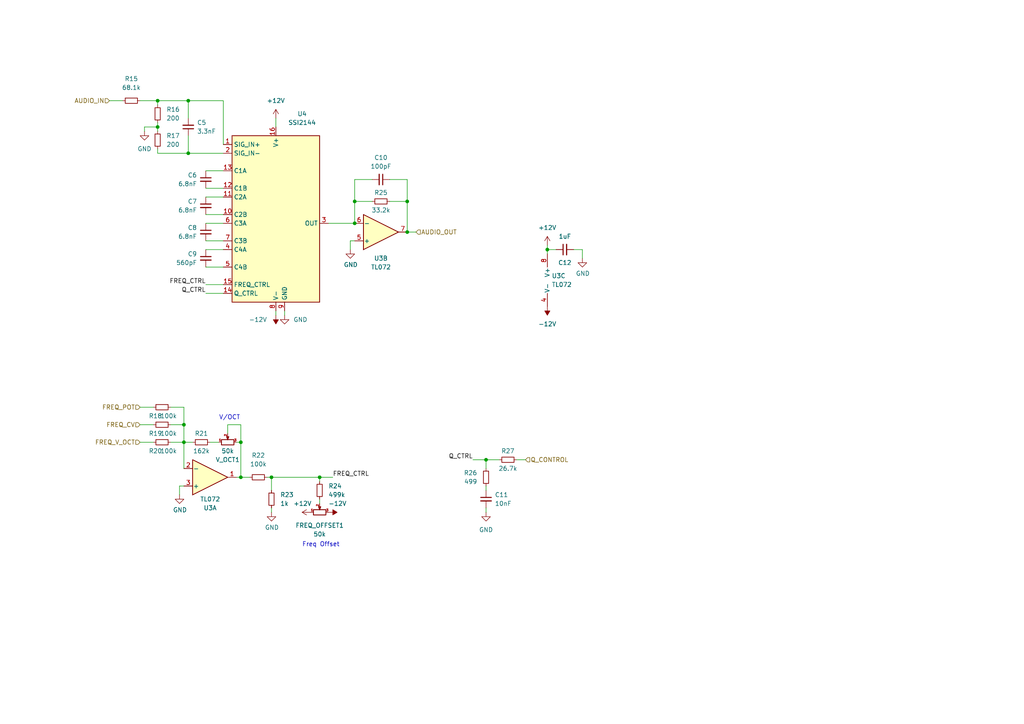
<source format=kicad_sch>
(kicad_sch (version 20211123) (generator eeschema)
  (paper "A4")
  (lib_symbols
    (symbol "Amplifier_Operational:TL072" (pin_names (offset 0.127))
      (property "Reference" "U" (at 0 5.08 0))
      (property "Value" "TL072" (at 0 -5.08 0))
      (symbol "TL072_1_1"
        (polyline (pts (xy -5.08 5.08) (xy 5.08 0) (xy -5.08 -5.08) (xy -5.08 5.08)) (stroke (width 0.254)) (fill (type background)))
        (pin output line (at 7.62 0 180) (length 2.54) (name "~") (number "1"))
        (pin input line (at -7.62 -2.54 0) (length 2.54) (name "-") (number "2"))
        (pin input line (at -7.62 2.54 0) (length 2.54) (name "+") (number "3"))
      )
      (symbol "TL072_2_1"
        (polyline (pts (xy -5.08 5.08) (xy 5.08 0) (xy -5.08 -5.08) (xy -5.08 5.08)) (stroke (width 0.254)) (fill (type background)))
        (pin input line (at -7.62 2.54 0) (length 2.54) (name "+") (number "5"))
        (pin input line (at -7.62 -2.54 0) (length 2.54) (name "-") (number "6"))
        (pin output line (at 7.62 0 180) (length 2.54) (name "~") (number "7"))
      )
      (symbol "TL072_3_1"
        (pin power_in line (at -2.54 -7.62 90) (length 3.81) (name "V-") (number "4"))
        (pin power_in line (at -2.54 7.62 270) (length 3.81) (name "V+") (number "8"))
      )
    )
    (symbol "Audio:SSI2144"
      (property "Reference" "U" (at -10.16 26.67 0))
      (property "Value" "SSI2144" (at 6.35 26.67 0))
      (symbol "SSI2144_0_1"
        (rectangle (start -12.7 25.4) (end 12.7 -22.86) (stroke (width 0.254)) (fill (type background)))
      )
      (symbol "SSI2144_1_1"
        (pin input line (at -15.24 22.86 0) (length 2.54) (name "SIG_IN+") (number "1"))
        (pin passive line (at -15.24 2.54 0) (length 2.54) (name "C2B") (number "10"))
        (pin passive line (at -15.24 7.62 0) (length 2.54) (name "C2A") (number "11"))
        (pin passive line (at -15.24 10.16 0) (length 2.54) (name "C1B") (number "12"))
        (pin passive line (at -15.24 15.24 0) (length 2.54) (name "C1A") (number "13"))
        (pin passive line (at -15.24 -20.32 0) (length 2.54) (name "Q_CTRL") (number "14"))
        (pin passive line (at -15.24 -17.78 0) (length 2.54) (name "FREQ_CTRL") (number "15"))
        (pin power_in line (at 0 27.94 270) (length 2.54) (name "V+") (number "16"))
        (pin input line (at -15.24 20.32 0) (length 2.54) (name "SIG_IN-") (number "2"))
        (pin output line (at 15.24 0 180) (length 2.54) (name "OUT") (number "3"))
        (pin passive line (at -15.24 -7.62 0) (length 2.54) (name "C4A") (number "4"))
        (pin passive line (at -15.24 -12.7 0) (length 2.54) (name "C4B") (number "5"))
        (pin passive line (at -15.24 0 0) (length 2.54) (name "C3A") (number "6"))
        (pin passive line (at -15.24 -5.08 0) (length 2.54) (name "C3B") (number "7"))
        (pin power_in line (at 0 -25.4 90) (length 2.54) (name "V-") (number "8"))
        (pin power_in line (at 2.54 -25.4 90) (length 2.54) (name "GND") (number "9"))
      )
    )
    (symbol "Device:C_Small" (pin_numbers hide) (pin_names (offset 0.254) hide)
      (property "Reference" "C" (at 0.254 1.778 0))
      (property "Value" "C_Small" (at 0.254 -2.032 0))
      (symbol "C_Small_0_1"
        (polyline (pts (xy -1.524 -0.508) (xy 1.524 -0.508)) (stroke (width 0.3302)))
        (polyline (pts (xy -1.524 0.508) (xy 1.524 0.508)) (stroke (width 0.3048)))
      )
      (symbol "C_Small_1_1"
        (pin passive line (at 0 2.54 270) (length 2.032) (name "~") (number "1"))
        (pin passive line (at 0 -2.54 90) (length 2.032) (name "~") (number "2"))
      )
    )
    (symbol "Device:R_Potentiometer_Small" (pin_names (offset 1.016) hide)
      (property "Reference" "RV" (at -4.445 0 90))
      (property "Value" "R_Potentiometer_Small" (at -2.54 0 90))
      (symbol "R_Potentiometer_Small_0_1"
        (polyline (pts (xy 0.889 0) (xy 0.635 0) (xy 1.651 0.381) (xy 1.651 -0.381) (xy 0.635 0) (xy 0.889 0)) (fill (type outline)))
        (rectangle (start 0.762 1.8034) (end -0.762 -1.8034) (stroke (width 0.254)))
      )
      (symbol "R_Potentiometer_Small_1_1"
        (pin passive line (at 0 2.54 270) (length 0.635) (name "1") (number "1"))
        (pin passive line (at 2.54 0 180) (length 0.9906) (name "2") (number "2"))
        (pin passive line (at 0 -2.54 90) (length 0.635) (name "3") (number "3"))
      )
    )
    (symbol "Device:R_Small" (pin_numbers hide) (pin_names (offset 0.254) hide)
      (property "Reference" "R" (at 0.762 0.508 0))
      (property "Value" "R_Small" (at 0.762 -1.016 0))
      (symbol "R_Small_0_1"
        (rectangle (start -0.762 1.778) (end 0.762 -1.778) (stroke (width 0.2032)))
      )
      (symbol "R_Small_1_1"
        (pin passive line (at 0 2.54 270) (length 0.762) (name "~") (number "1"))
        (pin passive line (at 0 -2.54 90) (length 0.762) (name "~") (number "2"))
      )
    )
    (symbol "power:+12V" (power) (pin_names (offset 0))
      (property "Value" "+12V" (at 0 3.556 0))
      (symbol "+12V_0_1"
        (polyline (pts (xy -0.762 1.27) (xy 0 2.54)))
        (polyline (pts (xy 0 0) (xy 0 2.54)))
        (polyline (pts (xy 0 2.54) (xy 0.762 1.27)))
      )
      (symbol "+12V_1_1"
        (pin power_in line (at 0 0 90) (length 0) hide (name "+12V") (number "1"))
      )
    )
    (symbol "power:-12V" (power) (pin_names (offset 0))
      (property "Value" "-12V" (at 0 3.81 0))
      (symbol "-12V_0_0"
        (pin power_in line (at 0 0 90) (length 0) hide (name "-12V") (number "1"))
      )
      (symbol "-12V_0_1"
        (polyline (pts (xy 0 0) (xy 0 1.27) (xy 0.762 1.27) (xy 0 2.54) (xy -0.762 1.27) (xy 0 1.27)) (fill (type outline)))
      )
    )
    (symbol "power:GND" (power) (pin_names (offset 0))
      (property "Value" "GND" (at 0 -3.81 0))
      (symbol "GND_0_1"
        (polyline (pts (xy 0 0) (xy 0 -1.27) (xy 1.27 -1.27) (xy 0 -2.54) (xy -1.27 -1.27) (xy 0 -1.27)))
      )
      (symbol "GND_1_1"
        (pin power_in line (at 0 0 270) (length 0) hide (name "GND") (number "1"))
      )
    )
  )
  (junction (at 53.34 123.19))
  (junction (at 54.61 44.45))
  (junction (at 78.74 138.43))
  (junction (at 45.72 36.83))
  (junction (at 92.71 138.43))
  (junction (at 69.85 128.27))
  (junction (at 54.61 29.21))
  (junction (at 118.11 67.31))
  (junction (at 45.72 29.21))
  (junction (at 102.87 64.77))
  (junction (at 69.85 138.43))
  (junction (at 140.97 133.35))
  (junction (at 158.75 72.39))
  (junction (at 53.34 128.27))
  (junction (at 118.11 58.42))
  (junction (at 102.87 58.42))
  (wire (pts (xy 78.74 148.59) (xy 78.74 147.32)))
  (wire (pts (xy 158.75 72.39) (xy 158.75 73.66)))
  (wire (pts (xy 69.85 123.19) (xy 69.85 128.27)))
  (wire (pts (xy 59.69 72.39) (xy 64.77 72.39)))
  (wire (pts (xy 107.95 52.07) (xy 102.87 52.07)))
  (wire (pts (xy 54.61 39.37) (xy 54.61 44.45)))
  (wire (pts (xy 66.04 123.19) (xy 69.85 123.19)))
  (wire (pts (xy 92.71 138.43) (xy 92.71 139.7)))
  (wire (pts (xy 59.69 54.61) (xy 64.77 54.61)))
  (wire (pts (xy 59.69 49.53) (xy 64.77 49.53)))
  (wire (pts (xy 92.71 144.78) (xy 92.71 146.05)))
  (wire (pts (xy 166.37 72.39) (xy 168.91 72.39)))
  (wire (pts (xy 49.53 118.11) (xy 53.34 118.11)))
  (wire (pts (xy 60.96 128.27) (xy 63.5 128.27)))
  (wire (pts (xy 59.69 62.23) (xy 64.77 62.23)))
  (wire (pts (xy 95.25 64.77) (xy 102.87 64.77)))
  (wire (pts (xy 45.72 44.45) (xy 54.61 44.45)))
  (wire (pts (xy 137.16 133.35) (xy 140.97 133.35)))
  (wire (pts (xy 59.69 82.55) (xy 64.77 82.55)))
  (wire (pts (xy 41.91 36.83) (xy 41.91 38.1)))
  (wire (pts (xy 69.85 138.43) (xy 72.39 138.43)))
  (wire (pts (xy 45.72 29.21) (xy 54.61 29.21)))
  (wire (pts (xy 45.72 29.21) (xy 45.72 30.48)))
  (wire (pts (xy 45.72 36.83) (xy 45.72 38.1)))
  (wire (pts (xy 31.75 29.21) (xy 35.56 29.21)))
  (wire (pts (xy 40.64 128.27) (xy 44.45 128.27)))
  (wire (pts (xy 40.64 118.11) (xy 44.45 118.11)))
  (wire (pts (xy 82.55 91.44) (xy 82.55 90.17)))
  (wire (pts (xy 80.01 91.44) (xy 80.01 90.17)))
  (wire (pts (xy 102.87 52.07) (xy 102.87 58.42)))
  (wire (pts (xy 78.74 138.43) (xy 78.74 142.24)))
  (wire (pts (xy 49.53 128.27) (xy 53.34 128.27)))
  (wire (pts (xy 158.75 71.12) (xy 158.75 72.39)))
  (wire (pts (xy 49.53 123.19) (xy 53.34 123.19)))
  (wire (pts (xy 53.34 128.27) (xy 55.88 128.27)))
  (wire (pts (xy 66.04 125.73) (xy 66.04 123.19)))
  (wire (pts (xy 53.34 123.19) (xy 53.34 128.27)))
  (wire (pts (xy 59.69 77.47) (xy 64.77 77.47)))
  (wire (pts (xy 77.47 138.43) (xy 78.74 138.43)))
  (wire (pts (xy 101.6 69.85) (xy 101.6 72.39)))
  (wire (pts (xy 54.61 29.21) (xy 54.61 34.29)))
  (wire (pts (xy 52.07 140.97) (xy 53.34 140.97)))
  (wire (pts (xy 140.97 133.35) (xy 140.97 135.89)))
  (wire (pts (xy 54.61 29.21) (xy 64.77 29.21)))
  (wire (pts (xy 113.03 52.07) (xy 118.11 52.07)))
  (wire (pts (xy 53.34 118.11) (xy 53.34 123.19)))
  (wire (pts (xy 78.74 138.43) (xy 92.71 138.43)))
  (wire (pts (xy 113.03 58.42) (xy 118.11 58.42)))
  (wire (pts (xy 54.61 44.45) (xy 64.77 44.45)))
  (wire (pts (xy 53.34 128.27) (xy 53.34 135.89)))
  (wire (pts (xy 101.6 69.85) (xy 102.87 69.85)))
  (wire (pts (xy 40.64 29.21) (xy 45.72 29.21)))
  (wire (pts (xy 59.69 85.09) (xy 64.77 85.09)))
  (wire (pts (xy 92.71 138.43) (xy 96.52 138.43)))
  (wire (pts (xy 118.11 52.07) (xy 118.11 58.42)))
  (wire (pts (xy 52.07 140.97) (xy 52.07 143.51)))
  (wire (pts (xy 40.64 123.19) (xy 44.45 123.19)))
  (wire (pts (xy 140.97 147.32) (xy 140.97 148.59)))
  (wire (pts (xy 45.72 35.56) (xy 45.72 36.83)))
  (wire (pts (xy 158.75 72.39) (xy 161.29 72.39)))
  (wire (pts (xy 64.77 41.91) (xy 64.77 29.21)))
  (wire (pts (xy 140.97 140.97) (xy 140.97 142.24)))
  (wire (pts (xy 80.01 36.83) (xy 80.01 34.29)))
  (wire (pts (xy 59.69 64.77) (xy 64.77 64.77)))
  (wire (pts (xy 118.11 58.42) (xy 118.11 67.31)))
  (wire (pts (xy 41.91 36.83) (xy 45.72 36.83)))
  (wire (pts (xy 102.87 58.42) (xy 102.87 64.77)))
  (wire (pts (xy 118.11 67.31) (xy 120.65 67.31)))
  (wire (pts (xy 68.58 138.43) (xy 69.85 138.43)))
  (wire (pts (xy 102.87 58.42) (xy 107.95 58.42)))
  (wire (pts (xy 144.78 133.35) (xy 140.97 133.35)))
  (wire (pts (xy 59.69 57.15) (xy 64.77 57.15)))
  (wire (pts (xy 69.85 128.27) (xy 69.85 138.43)))
  (wire (pts (xy 45.72 43.18) (xy 45.72 44.45)))
  (wire (pts (xy 152.4 133.35) (xy 149.86 133.35)))
  (wire (pts (xy 168.91 72.39) (xy 168.91 74.93)))
  (wire (pts (xy 59.69 69.85) (xy 64.77 69.85)))
  (wire (pts (xy 68.58 128.27) (xy 69.85 128.27)))
  (text "V/OCT" (at 63.5 121.92 0) (effects (font (size 1.27 1.27)) (justify left bottom)))
  (text "Freq Offset" (at 87.63 158.75 0) (effects (font (size 1.27 1.27)) (justify left bottom)))
  (label "Q_CTRL" (at 137.16 133.35 180))
  (label "Q_CTRL" (at 59.69 85.09 180))
  (label "FREQ_CTRL" (at 96.52 138.43 0))
  (label "FREQ_CTRL" (at 59.69 82.55 180))
  (hierarchical_label "FREQ_CV" (shape input) (at 40.64 123.19 180))
  (hierarchical_label "Q_CONTROL" (shape input) (at 152.4 133.35 0))
  (hierarchical_label "AUDIO_IN" (shape input) (at 31.75 29.21 180))
  (hierarchical_label "AUDIO_OUT" (shape input) (at 120.65 67.31 0))
  (hierarchical_label "FREQ_V_OCT" (shape input) (at 40.64 128.27 180))
  (hierarchical_label "FREQ_POT" (shape input) (at 40.64 118.11 180))
  (symbol (lib_id "Device:R_Potentiometer_Small") (at 92.71 148.59 90) (unit 1)
    (property "Reference" "FREQ_OFFSET1" (at 92.71 152.4 90))
    (property "Value" "50k" (at 92.71 154.94 90))
    (property "Footprint" "Potentiometer_SMD:Potentiometer_Bourns_TC33X_Vertical" (effects hide))
  )
  (symbol (lib_id "Device:R_Small") (at 38.1 29.21 270) (unit 1)
    (property "Reference" "R15" (at 38.1 22.86 90))
    (property "Value" "68.1k" (at 38.1 25.4 90))
    (property "Footprint" "Resistor_SMD:R_0603_1608Metric_Pad0.98x0.95mm_HandSolder" (effects hide))
  )
  (symbol (lib_id "power:GND") (at 168.91 74.93 0) (unit 1)
    (property "Reference" "#PWR038" (effects hide))
    (property "Value" "GND" (at 169.037 79.3242 0))
  )
  (symbol (lib_id "power:-12V") (at 158.75 88.9 180) (unit 1)
    (property "Reference" "#PWR037" (effects hide))
    (property "Value" "-12V" (at 158.75 93.98 0))
  )
  (symbol (lib_id "Device:C_Small") (at 163.83 72.39 90) (unit 1)
    (property "Reference" "C12" (at 163.83 76.2 90))
    (property "Value" "1uF" (at 163.8363 68.58 90))
    (property "Footprint" "Capacitor_SMD:C_0603_1608Metric_Pad1.08x0.95mm_HandSolder" (effects hide))
  )
  (symbol (lib_id "Device:C_Small") (at 59.69 67.31 0) (unit 1)
    (property "Reference" "C8" (at 57.15 66.0462 0) (effects (justify right)))
    (property "Value" "6.8nF" (at 57.15 68.5862 0) (effects (justify right)))
    (property "Footprint" "Capacitor_SMD:C_0603_1608Metric_Pad1.08x0.95mm_HandSolder" (effects hide))
  )
  (symbol (lib_id "power:GND") (at 101.6 72.39 0) (unit 1)
    (property "Reference" "#PWR034" (effects hide))
    (property "Value" "GND" (at 101.727 76.7842 0))
  )
  (symbol (lib_id "power:-12V") (at 95.25 148.59 270) (unit 1)
    (property "Reference" "#PWR033" (effects hide))
    (property "Value" "-12V" (at 95.25 146.05 90) (effects (justify left)))
  )
  (symbol (lib_id "Device:R_Small") (at 140.97 138.43 180) (unit 1)
    (property "Reference" "R26" (at 138.43 137.1599 0) (effects (justify left)))
    (property "Value" "499" (at 138.43 139.6999 0) (effects (justify left)))
    (property "Footprint" "Resistor_SMD:R_0603_1608Metric_Pad0.98x0.95mm_HandSolder" (effects hide))
  )
  (symbol (lib_id "power:GND") (at 78.74 148.59 0) (unit 1)
    (property "Reference" "#PWR028" (effects hide))
    (property "Value" "GND" (at 78.867 152.9842 0))
  )
  (symbol (lib_id "power:GND") (at 140.97 148.59 0) (unit 1)
    (property "Reference" "#PWR035" (effects hide))
    (property "Value" "GND" (at 140.97 153.67 0))
  )
  (symbol (lib_id "power:-12V") (at 80.01 91.44 180) (unit 1)
    (property "Reference" "#PWR030" (effects hide))
    (property "Value" "-12V" (at 77.47 92.7099 0) (effects (justify left)))
  )
  (symbol (lib_id "Device:R_Small") (at 45.72 33.02 180) (unit 1)
    (property "Reference" "R16" (at 48.26 31.7499 0) (effects (justify right)))
    (property "Value" "200" (at 48.26 34.2899 0) (effects (justify right)))
    (property "Footprint" "Resistor_SMD:R_0603_1608Metric_Pad0.98x0.95mm_HandSolder" (effects hide))
  )
  (symbol (lib_id "Device:C_Small") (at 54.61 36.83 180) (unit 1)
    (property "Reference" "C5" (at 57.15 35.5535 0) (effects (justify right)))
    (property "Value" "3.3nF" (at 57.15 38.0935 0) (effects (justify right)))
    (property "Footprint" "Capacitor_SMD:C_0603_1608Metric_Pad1.08x0.95mm_HandSolder" (effects hide))
  )
  (symbol (lib_id "Device:R_Small") (at 46.99 128.27 270) (unit 1)
    (property "Reference" "R20" (at 45.085 130.81 90))
    (property "Value" "100k" (at 48.895 130.81 90))
    (property "Footprint" "Resistor_SMD:R_0603_1608Metric_Pad0.98x0.95mm_HandSolder" (effects hide))
  )
  (symbol (lib_id "power:+12V") (at 90.17 148.59 90) (unit 1)
    (property "Reference" "#PWR032" (effects hide))
    (property "Value" "+12V" (at 85.09 146.05 90) (effects (justify right)))
  )
  (symbol (lib_id "Audio:SSI2144") (at 80.01 64.77 0) (unit 1)
    (property "Reference" "U4" (at 87.63 33.02 0))
    (property "Value" "SSI2144" (at 87.63 35.56 0))
    (property "Footprint" "Package_SO:SSOP-16_3.9x4.9mm_P0.635mm" (effects hide))
    (property "Datasheet" "http://www.soundsemiconductor.com/downloads/ssi2144datasheet.pdf" (effects hide))
  )
  (symbol (lib_id "power:+12V") (at 158.75 71.12 0) (unit 1)
    (property "Reference" "#PWR036" (effects hide))
    (property "Value" "+12V" (at 158.75 66.04 0))
  )
  (symbol (lib_id "Device:C_Small") (at 59.69 59.69 0) (unit 1)
    (property "Reference" "C7" (at 57.15 58.4262 0) (effects (justify right)))
    (property "Value" "6.8nF" (at 57.15 60.9662 0) (effects (justify right)))
    (property "Footprint" "Capacitor_SMD:C_0603_1608Metric_Pad1.08x0.95mm_HandSolder" (effects hide))
  )
  (symbol (lib_id "power:GND") (at 52.07 143.51 0) (unit 1)
    (property "Reference" "#PWR027" (effects hide))
    (property "Value" "GND" (at 52.197 147.9042 0))
  )
  (symbol (lib_id "Device:R_Potentiometer_Small") (at 66.04 128.27 90) (unit 1)
    (property "Reference" "V_OCT1" (at 66.04 133.35 90))
    (property "Value" "50k" (at 66.04 130.81 90))
    (property "Footprint" "Potentiometer_SMD:Potentiometer_Bourns_TC33X_Vertical" (effects hide))
  )
  (symbol (lib_id "Device:R_Small") (at 92.71 142.24 0) (unit 1)
    (property "Reference" "R24" (at 95.25 140.9699 0) (effects (justify left)))
    (property "Value" "499k" (at 95.25 143.5099 0) (effects (justify left)))
    (property "Footprint" "Resistor_SMD:R_0603_1608Metric_Pad0.98x0.95mm_HandSolder" (effects hide))
  )
  (symbol (lib_id "Device:C_Small") (at 59.69 74.93 0) (unit 1)
    (property "Reference" "C9" (at 57.15 73.6662 0) (effects (justify right)))
    (property "Value" "560pF" (at 57.15 76.2062 0) (effects (justify right)))
    (property "Footprint" "Capacitor_SMD:C_0603_1608Metric_Pad1.08x0.95mm_HandSolder" (effects hide))
  )
  (symbol (lib_id "Device:R_Small") (at 78.74 144.78 0) (unit 1)
    (property "Reference" "R23" (at 81.28 143.5099 0) (effects (justify left)))
    (property "Value" "1k" (at 81.28 146.0499 0) (effects (justify left)))
    (property "Footprint" "Resistor_SMD:R_0603_1608Metric_Pad0.98x0.95mm_HandSolder" (effects hide))
  )
  (symbol (lib_id "Device:C_Small") (at 59.69 52.07 0) (unit 1)
    (property "Reference" "C6" (at 57.15 50.8062 0) (effects (justify right)))
    (property "Value" "6.8nF" (at 57.15 53.3462 0) (effects (justify right)))
    (property "Footprint" "Capacitor_SMD:C_0603_1608Metric_Pad1.08x0.95mm_HandSolder" (effects hide))
  )
  (symbol (lib_id "Device:R_Small") (at 58.42 128.27 270) (unit 1)
    (property "Reference" "R21" (at 58.42 125.73 90))
    (property "Value" "162k" (at 58.42 130.81 90))
    (property "Footprint" "Resistor_SMD:R_0603_1608Metric_Pad0.98x0.95mm_HandSolder" (effects hide))
  )
  (symbol (lib_id "Device:R_Small") (at 110.49 58.42 270) (unit 1)
    (property "Reference" "R25" (at 110.49 55.88 90))
    (property "Value" "33.2k" (at 110.49 60.96 90))
    (property "Footprint" "Resistor_SMD:R_0603_1608Metric_Pad0.98x0.95mm_HandSolder" (effects hide))
  )
  (symbol (lib_id "Amplifier_Operational:TL072") (at 110.49 67.31 0) (mirror x) (unit 2)
    (property "Reference" "U3" (at 110.49 74.93 0))
    (property "Value" "TL072" (at 110.49 77.47 0))
    (property "Footprint" "Package_SO:SO-8_3.9x4.9mm_P1.27mm" (effects hide))
    (property "Datasheet" "http://www.ti.com/lit/ds/symlink/tl071.pdf" (effects hide))
  )
  (symbol (lib_id "Device:R_Small") (at 74.93 138.43 270) (unit 1)
    (property "Reference" "R22" (at 74.93 132.08 90))
    (property "Value" "100k" (at 74.93 134.62 90))
    (property "Footprint" "Resistor_SMD:R_0603_1608Metric_Pad0.98x0.95mm_HandSolder" (effects hide))
  )
  (symbol (lib_id "Device:R_Small") (at 147.32 133.35 270) (unit 1)
    (property "Reference" "R27" (at 147.32 130.81 90))
    (property "Value" "26.7k" (at 147.32 135.89 90))
    (property "Footprint" "Resistor_SMD:R_0603_1608Metric_Pad0.98x0.95mm_HandSolder" (effects hide))
  )
  (symbol (lib_id "Device:C_Small") (at 140.97 144.78 0) (unit 1)
    (property "Reference" "C11" (at 143.51 143.5162 0) (effects (justify left)))
    (property "Value" "10nF" (at 143.51 146.0562 0) (effects (justify left)))
    (property "Footprint" "Capacitor_SMD:C_0603_1608Metric_Pad1.08x0.95mm_HandSolder" (effects hide))
  )
  (symbol (lib_id "power:GND") (at 41.91 38.1 0) (unit 1)
    (property "Reference" "#PWR026" (effects hide))
    (property "Value" "GND" (at 41.91 43.18 0))
  )
  (symbol (lib_id "Device:R_Small") (at 46.99 118.11 270) (unit 1)
    (property "Reference" "R18" (at 45.085 120.65 90))
    (property "Value" "100k" (at 48.895 120.65 90))
    (property "Footprint" "Resistor_SMD:R_0603_1608Metric_Pad0.98x0.95mm_HandSolder" (effects hide))
  )
  (symbol (lib_id "Device:R_Small") (at 46.99 123.19 270) (unit 1)
    (property "Reference" "R19" (at 45.085 125.73 90))
    (property "Value" "100k" (at 48.895 125.73 90))
    (property "Footprint" "Resistor_SMD:R_0603_1608Metric_Pad0.98x0.95mm_HandSolder" (effects hide))
  )
  (symbol (lib_id "power:+12V") (at 80.01 34.29 0) (unit 1)
    (property "Reference" "#PWR029" (effects hide))
    (property "Value" "+12V" (at 80.01 29.21 0))
  )
  (symbol (lib_id "power:GND") (at 82.55 91.44 0) (unit 1)
    (property "Reference" "#PWR031" (effects hide))
    (property "Value" "GND" (at 85.09 92.7099 0) (effects (justify left)))
  )
  (symbol (lib_id "Device:R_Small") (at 45.72 40.64 180) (unit 1)
    (property "Reference" "R17" (at 48.26 39.3699 0) (effects (justify right)))
    (property "Value" "200" (at 48.26 41.9099 0) (effects (justify right)))
    (property "Footprint" "Resistor_SMD:R_0603_1608Metric_Pad0.98x0.95mm_HandSolder" (effects hide))
  )
  (symbol (lib_id "Device:C_Small") (at 110.49 52.07 270) (unit 1)
    (property "Reference" "C10" (at 110.4836 45.72 90))
    (property "Value" "100pF" (at 110.4836 48.26 90))
    (property "Footprint" "Capacitor_SMD:C_0603_1608Metric_Pad1.08x0.95mm_HandSolder" (effects hide))
  )
  (symbol (lib_id "Amplifier_Operational:TL072") (at 156.21 81.28 0) (mirror y) (unit 3)
    (property "Reference" "U3" (at 160.02 80.0099 0) (effects (justify right)))
    (property "Value" "TL072" (at 160.02 82.5499 0) (effects (justify right)))
    (property "Footprint" "Package_SO:SO-8_3.9x4.9mm_P1.27mm" (effects hide))
    (property "Datasheet" "http://www.ti.com/lit/ds/symlink/tl071.pdf" (effects hide))
  )
  (symbol (lib_id "Amplifier_Operational:TL072") (at 60.96 138.43 0) (mirror x) (unit 1)
    (property "Reference" "U3" (at 60.96 147.32 0))
    (property "Value" "TL072" (at 60.96 144.78 0))
    (property "Footprint" "Package_SO:SO-8_3.9x4.9mm_P1.27mm" (effects hide))
    (property "Datasheet" "http://www.ti.com/lit/ds/symlink/tl071.pdf" (effects hide))
  )
)
</source>
